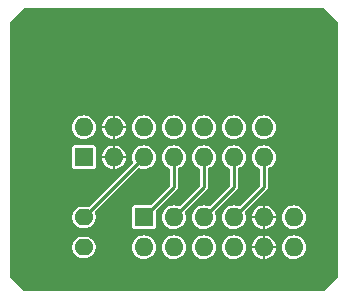
<source format=gbl>
G04 #@! TF.GenerationSoftware,KiCad,Pcbnew,7.0.1*
G04 #@! TF.CreationDate,2023-11-13T07:35:08+09:00*
G04 #@! TF.ProjectId,Pmod_Adapter_Ethernet,506d6f64-5f41-4646-9170-7465725f4574,rev?*
G04 #@! TF.SameCoordinates,Original*
G04 #@! TF.FileFunction,Copper,L2,Bot*
G04 #@! TF.FilePolarity,Positive*
%FSLAX46Y46*%
G04 Gerber Fmt 4.6, Leading zero omitted, Abs format (unit mm)*
G04 Created by KiCad (PCBNEW 7.0.1) date 2023-11-13 07:35:08*
%MOMM*%
%LPD*%
G01*
G04 APERTURE LIST*
G04 #@! TA.AperFunction,ComponentPad*
%ADD10O,1.600000X1.400000*%
G04 #@! TD*
G04 #@! TA.AperFunction,ComponentPad*
%ADD11R,1.600000X1.600000*%
G04 #@! TD*
G04 #@! TA.AperFunction,ComponentPad*
%ADD12O,1.600000X1.600000*%
G04 #@! TD*
G04 #@! TA.AperFunction,ViaPad*
%ADD13C,0.800000*%
G04 #@! TD*
G04 #@! TA.AperFunction,Conductor*
%ADD14C,0.250000*%
G04 #@! TD*
G04 APERTURE END LIST*
D10*
G04 #@! TO.P,J3,1,Pin_1*
G04 #@! TO.N,/MDIO*
X-5080000Y0D03*
G04 #@! TO.P,J3,2,Pin_2*
G04 #@! TO.N,/MDC*
X-5080000Y-2540000D03*
G04 #@! TD*
D11*
G04 #@! TO.P,J2,1,Pin_1*
G04 #@! TO.N,+3V3*
X-5080000Y5080000D03*
D12*
G04 #@! TO.P,J2,2,Pin_2*
G04 #@! TO.N,GND*
X-2540000Y5080000D03*
G04 #@! TO.P,J2,3,Pin_3*
G04 #@! TO.N,/MDIO*
X0Y5080000D03*
G04 #@! TO.P,J2,4,Pin_4*
G04 #@! TO.N,/PMOD_P1_nINT_RETCLK*
X2540000Y5080000D03*
G04 #@! TO.P,J2,5,Pin_5*
G04 #@! TO.N,/PMOD_P2_RX0*
X5080000Y5080000D03*
G04 #@! TO.P,J2,6,Pin_6*
G04 #@! TO.N,/PMOD_P3_TXEN*
X7620000Y5080000D03*
G04 #@! TO.P,J2,7,Pin_7*
G04 #@! TO.N,/PMOD_P4_TX1*
X10160000Y5080000D03*
G04 #@! TO.P,J2,8,Pin_8*
G04 #@! TO.N,+3V3*
X-5080000Y7620000D03*
G04 #@! TO.P,J2,9,Pin_9*
G04 #@! TO.N,GND*
X-2540000Y7620000D03*
G04 #@! TO.P,J2,10,Pin_10*
G04 #@! TO.N,/MDC*
X0Y7620000D03*
G04 #@! TO.P,J2,11,Pin_11*
G04 #@! TO.N,/PMOD_P5_CRS*
X2540000Y7620000D03*
G04 #@! TO.P,J2,12,Pin_12*
G04 #@! TO.N,/PMOD_P6_RX1*
X5080000Y7620000D03*
G04 #@! TO.P,J2,13,Pin_13*
G04 #@! TO.N,/PMOD_P7_TX0*
X7620000Y7620000D03*
G04 #@! TO.P,J2,14,Pin_14*
G04 #@! TO.N,unconnected-(J2-Pin_14-Pad14)*
X10160000Y7620000D03*
G04 #@! TD*
D11*
G04 #@! TO.P,J1,1,Pin_1*
G04 #@! TO.N,/PMOD_P1_nINT_RETCLK*
X0Y0D03*
D12*
G04 #@! TO.P,J1,2,Pin_2*
G04 #@! TO.N,/PMOD_P2_RX0*
X2540000Y0D03*
G04 #@! TO.P,J1,3,Pin_3*
G04 #@! TO.N,/PMOD_P3_TXEN*
X5080000Y0D03*
G04 #@! TO.P,J1,4,Pin_4*
G04 #@! TO.N,/PMOD_P4_TX1*
X7620000Y0D03*
G04 #@! TO.P,J1,5,Pin_5*
G04 #@! TO.N,GND*
X10160000Y0D03*
G04 #@! TO.P,J1,6,Pin_6*
G04 #@! TO.N,+3V3*
X12700000Y0D03*
G04 #@! TO.P,J1,7,Pin_7*
G04 #@! TO.N,/PMOD_P5_CRS*
X0Y-2540000D03*
G04 #@! TO.P,J1,8,Pin_8*
G04 #@! TO.N,/PMOD_P6_RX1*
X2540000Y-2540000D03*
G04 #@! TO.P,J1,9,Pin_9*
G04 #@! TO.N,/PMOD_P7_TX0*
X5080000Y-2540000D03*
G04 #@! TO.P,J1,10,Pin_10*
G04 #@! TO.N,unconnected-(J1-Pin_10-Pad10)*
X7620000Y-2540000D03*
G04 #@! TO.P,J1,11,Pin_11*
G04 #@! TO.N,GND*
X10160000Y-2540000D03*
G04 #@! TO.P,J1,12,Pin_12*
G04 #@! TO.N,+3V3*
X12700000Y-2540000D03*
G04 #@! TD*
D13*
G04 #@! TO.N,GND*
X700000Y3800000D03*
X-5000000Y-5000000D03*
X10000000Y-5000000D03*
X15000000Y0D03*
X15000000Y10000000D03*
X10000000Y15000000D03*
X-5000000Y15000000D03*
X-10000000Y10000000D03*
X-10000000Y0D03*
X-2600000Y1100000D03*
G04 #@! TD*
D14*
G04 #@! TO.N,/PMOD_P4_TX1*
X10160000Y2540000D02*
X7620000Y0D01*
X10160000Y5080000D02*
X10160000Y2540000D01*
G04 #@! TO.N,/PMOD_P3_TXEN*
X7620000Y2540000D02*
X5080000Y0D01*
X7620000Y5080000D02*
X7620000Y2540000D01*
G04 #@! TO.N,/PMOD_P2_RX0*
X5080000Y2540000D02*
X2540000Y0D01*
X5080000Y5080000D02*
X5080000Y2540000D01*
G04 #@! TO.N,/PMOD_P1_nINT_RETCLK*
X2540000Y2540000D02*
X0Y0D01*
X2540000Y5080000D02*
X2540000Y2540000D01*
G04 #@! TO.N,/MDIO*
X0Y5080000D02*
X-5080000Y0D01*
G04 #@! TD*
G04 #@! TA.AperFunction,Conductor*
G04 #@! TO.N,GND*
G36*
X15205605Y17696964D02*
G01*
X15237723Y17675504D01*
X16405504Y16507723D01*
X16426964Y16475605D01*
X16434500Y16437719D01*
X16434500Y-5007719D01*
X16426964Y-5045605D01*
X16405504Y-5077723D01*
X15237722Y-6245504D01*
X15205604Y-6266964D01*
X15167718Y-6274500D01*
X-10087719Y-6274500D01*
X-10125605Y-6266964D01*
X-10157723Y-6245504D01*
X-11325504Y-5077722D01*
X-11346964Y-5045604D01*
X-11354500Y-5007718D01*
X-11354500Y-2634646D01*
X-6080500Y-2634646D01*
X-6041144Y-2819803D01*
X-5964151Y-2992730D01*
X-5852888Y-3145871D01*
X-5712216Y-3272533D01*
X-5548284Y-3367179D01*
X-5368256Y-3425674D01*
X-5227192Y-3440500D01*
X-4932811Y-3440500D01*
X-4932808Y-3440500D01*
X-4791744Y-3425674D01*
X-4611716Y-3367179D01*
X-4447784Y-3272533D01*
X-4447783Y-3272532D01*
X-4447781Y-3272531D01*
X-4307113Y-3145873D01*
X-4195848Y-2992728D01*
X-4118856Y-2819804D01*
X-4101051Y-2736034D01*
X-4079500Y-2634646D01*
X-4079500Y-2540000D01*
X-1005341Y-2540000D01*
X-986024Y-2736132D01*
X-928814Y-2924727D01*
X-835910Y-3098538D01*
X-710883Y-3250883D01*
X-558538Y-3375910D01*
X-384727Y-3468814D01*
X-196132Y-3526024D01*
X0Y-3545341D01*
X196132Y-3526024D01*
X384727Y-3468814D01*
X558538Y-3375910D01*
X710883Y-3250883D01*
X835910Y-3098538D01*
X928814Y-2924727D01*
X986024Y-2736132D01*
X1005341Y-2540000D01*
X1534658Y-2540000D01*
X1553975Y-2736130D01*
X1611185Y-2924727D01*
X1704088Y-3098536D01*
X1704090Y-3098538D01*
X1829117Y-3250883D01*
X1958298Y-3356900D01*
X1981463Y-3375911D01*
X2155272Y-3468814D01*
X2249570Y-3497419D01*
X2343868Y-3526024D01*
X2540000Y-3545341D01*
X2736132Y-3526024D01*
X2924727Y-3468814D01*
X3098538Y-3375910D01*
X3250883Y-3250883D01*
X3375910Y-3098538D01*
X3468814Y-2924727D01*
X3526024Y-2736132D01*
X3545341Y-2540000D01*
X3545341Y-2539999D01*
X4074658Y-2539999D01*
X4093975Y-2736130D01*
X4151185Y-2924727D01*
X4244088Y-3098536D01*
X4244090Y-3098538D01*
X4369117Y-3250883D01*
X4498298Y-3356900D01*
X4521463Y-3375911D01*
X4695272Y-3468814D01*
X4789570Y-3497419D01*
X4883868Y-3526024D01*
X5080000Y-3545341D01*
X5276132Y-3526024D01*
X5464727Y-3468814D01*
X5638538Y-3375910D01*
X5790883Y-3250883D01*
X5915910Y-3098538D01*
X6008814Y-2924727D01*
X6066024Y-2736132D01*
X6085341Y-2540000D01*
X6614658Y-2540000D01*
X6633975Y-2736130D01*
X6691185Y-2924727D01*
X6784088Y-3098536D01*
X6784090Y-3098538D01*
X6909117Y-3250883D01*
X7038298Y-3356900D01*
X7061463Y-3375911D01*
X7235272Y-3468814D01*
X7329570Y-3497419D01*
X7423868Y-3526024D01*
X7620000Y-3545341D01*
X7816132Y-3526024D01*
X8004727Y-3468814D01*
X8178538Y-3375910D01*
X8330883Y-3250883D01*
X8455910Y-3098538D01*
X8548814Y-2924727D01*
X8606024Y-2736132D01*
X8615492Y-2640000D01*
X9165010Y-2640000D01*
X9174469Y-2736034D01*
X9231649Y-2924536D01*
X9324504Y-3098254D01*
X9449472Y-3250527D01*
X9601745Y-3375495D01*
X9775463Y-3468350D01*
X9963965Y-3525530D01*
X10060000Y-3534990D01*
X10260000Y-3534990D01*
X10356034Y-3525530D01*
X10544536Y-3468350D01*
X10718254Y-3375495D01*
X10870527Y-3250527D01*
X10995495Y-3098254D01*
X11088350Y-2924536D01*
X11145530Y-2736034D01*
X11154990Y-2640000D01*
X10260001Y-2640000D01*
X10260000Y-2640001D01*
X10260000Y-3534990D01*
X10060000Y-3534990D01*
X10060000Y-2640001D01*
X10059999Y-2640000D01*
X9165010Y-2640000D01*
X8615492Y-2640000D01*
X8625341Y-2540000D01*
X11694658Y-2540000D01*
X11713975Y-2736130D01*
X11771185Y-2924727D01*
X11864088Y-3098536D01*
X11864090Y-3098538D01*
X11989117Y-3250883D01*
X12118298Y-3356900D01*
X12141463Y-3375911D01*
X12315272Y-3468814D01*
X12409570Y-3497419D01*
X12503868Y-3526024D01*
X12700000Y-3545341D01*
X12896132Y-3526024D01*
X13084727Y-3468814D01*
X13258538Y-3375910D01*
X13410883Y-3250883D01*
X13535910Y-3098538D01*
X13628814Y-2924727D01*
X13686024Y-2736132D01*
X13705341Y-2540000D01*
X13686024Y-2343868D01*
X13628814Y-2155273D01*
X13628814Y-2155272D01*
X13535911Y-1981463D01*
X13516900Y-1958298D01*
X13410883Y-1829117D01*
X13269177Y-1712821D01*
X13258536Y-1704088D01*
X13084727Y-1611185D01*
X12896130Y-1553975D01*
X12700000Y-1534658D01*
X12503869Y-1553975D01*
X12315272Y-1611185D01*
X12141463Y-1704088D01*
X11989117Y-1829117D01*
X11864088Y-1981463D01*
X11771185Y-2155272D01*
X11713975Y-2343869D01*
X11694658Y-2540000D01*
X8625341Y-2540000D01*
X8615492Y-2440000D01*
X9165009Y-2440000D01*
X10059999Y-2440000D01*
X10060000Y-2439999D01*
X10060000Y-1545009D01*
X10259999Y-1545009D01*
X10260000Y-1545010D01*
X10260000Y-2439999D01*
X10260001Y-2440000D01*
X11154990Y-2440000D01*
X11145530Y-2343965D01*
X11088350Y-2155463D01*
X10995495Y-1981745D01*
X10870527Y-1829472D01*
X10718254Y-1704504D01*
X10544536Y-1611649D01*
X10356034Y-1554469D01*
X10259999Y-1545009D01*
X10060000Y-1545009D01*
X9963965Y-1554469D01*
X9775463Y-1611649D01*
X9601745Y-1704504D01*
X9449472Y-1829472D01*
X9324504Y-1981745D01*
X9231649Y-2155463D01*
X9174469Y-2343965D01*
X9165009Y-2440000D01*
X8615492Y-2440000D01*
X8606024Y-2343868D01*
X8548814Y-2155273D01*
X8548814Y-2155272D01*
X8455911Y-1981463D01*
X8436900Y-1958298D01*
X8330883Y-1829117D01*
X8189177Y-1712821D01*
X8178536Y-1704088D01*
X8004727Y-1611185D01*
X7816130Y-1553975D01*
X7620000Y-1534658D01*
X7423869Y-1553975D01*
X7235272Y-1611185D01*
X7061463Y-1704088D01*
X6909117Y-1829117D01*
X6784088Y-1981463D01*
X6691185Y-2155272D01*
X6633975Y-2343869D01*
X6614658Y-2540000D01*
X6085341Y-2540000D01*
X6066024Y-2343868D01*
X6008814Y-2155273D01*
X6008814Y-2155272D01*
X5915911Y-1981463D01*
X5896900Y-1958298D01*
X5790883Y-1829117D01*
X5649177Y-1712821D01*
X5638536Y-1704088D01*
X5464727Y-1611185D01*
X5276130Y-1553975D01*
X5080000Y-1534658D01*
X4883869Y-1553975D01*
X4695272Y-1611185D01*
X4521463Y-1704088D01*
X4369117Y-1829117D01*
X4244088Y-1981463D01*
X4151185Y-2155272D01*
X4093975Y-2343869D01*
X4074658Y-2539999D01*
X3545341Y-2539999D01*
X3526024Y-2343868D01*
X3468814Y-2155273D01*
X3468814Y-2155272D01*
X3375911Y-1981463D01*
X3356900Y-1958298D01*
X3250883Y-1829117D01*
X3109177Y-1712821D01*
X3098536Y-1704088D01*
X2924727Y-1611185D01*
X2736130Y-1553975D01*
X2540000Y-1534658D01*
X2343869Y-1553975D01*
X2155272Y-1611185D01*
X1981463Y-1704088D01*
X1829117Y-1829117D01*
X1704088Y-1981463D01*
X1611185Y-2155272D01*
X1553975Y-2343869D01*
X1534658Y-2540000D01*
X1005341Y-2540000D01*
X986024Y-2343868D01*
X928814Y-2155273D01*
X928814Y-2155272D01*
X835911Y-1981463D01*
X816900Y-1958298D01*
X710883Y-1829117D01*
X569177Y-1712821D01*
X558536Y-1704088D01*
X384727Y-1611185D01*
X196130Y-1553975D01*
X0Y-1534658D01*
X-196130Y-1553975D01*
X-384727Y-1611185D01*
X-558536Y-1704088D01*
X-569177Y-1712821D01*
X-710883Y-1829117D01*
X-816900Y-1958298D01*
X-835911Y-1981463D01*
X-928814Y-2155272D01*
X-928814Y-2155273D01*
X-986024Y-2343868D01*
X-1005341Y-2540000D01*
X-4079500Y-2540000D01*
X-4079500Y-2445354D01*
X-4118856Y-2260197D01*
X-4118856Y-2260195D01*
X-4195848Y-2087271D01*
X-4307113Y-1934126D01*
X-4447781Y-1807468D01*
X-4611715Y-1712821D01*
X-4791744Y-1654326D01*
X-4791743Y-1654326D01*
X-4932808Y-1639500D01*
X-5227192Y-1639500D01*
X-5368256Y-1654326D01*
X-5521407Y-1704088D01*
X-5548284Y-1712821D01*
X-5712218Y-1807468D01*
X-5852886Y-1934126D01*
X-5852888Y-1934129D01*
X-5964151Y-2087270D01*
X-6041144Y-2260197D01*
X-6080500Y-2445354D01*
X-6080500Y-2634646D01*
X-11354500Y-2634646D01*
X-11354500Y-94646D01*
X-6080500Y-94646D01*
X-6041144Y-279803D01*
X-5964151Y-452730D01*
X-5852888Y-605871D01*
X-5712216Y-732533D01*
X-5548284Y-827179D01*
X-5368256Y-885674D01*
X-5227192Y-900500D01*
X-4932811Y-900500D01*
X-4932808Y-900500D01*
X-4791744Y-885674D01*
X-4611716Y-827179D01*
X-4598845Y-819748D01*
X-1000500Y-819748D01*
X-988867Y-878231D01*
X-944552Y-944552D01*
X-878231Y-988867D01*
X-819748Y-1000500D01*
X819747Y-1000500D01*
X819748Y-1000500D01*
X878231Y-988867D01*
X944552Y-944552D01*
X988867Y-878231D01*
X1000500Y-819748D01*
X1000500Y0D01*
X1534658Y0D01*
X1553975Y-196130D01*
X1611185Y-384727D01*
X1704088Y-558536D01*
X1704090Y-558538D01*
X1829117Y-710883D01*
X1958298Y-816900D01*
X1981463Y-835911D01*
X2155272Y-928814D01*
X2249570Y-957419D01*
X2343868Y-986024D01*
X2540000Y-1005341D01*
X2736132Y-986024D01*
X2924727Y-928814D01*
X3098538Y-835910D01*
X3250883Y-710883D01*
X3375910Y-558538D01*
X3468814Y-384727D01*
X3526024Y-196132D01*
X3545341Y0D01*
X4074658Y0D01*
X4093975Y-196130D01*
X4151185Y-384727D01*
X4244088Y-558536D01*
X4244090Y-558538D01*
X4369117Y-710883D01*
X4498298Y-816900D01*
X4521463Y-835911D01*
X4695272Y-928814D01*
X4789570Y-957419D01*
X4883868Y-986024D01*
X5080000Y-1005341D01*
X5276132Y-986024D01*
X5464727Y-928814D01*
X5638538Y-835910D01*
X5790883Y-710883D01*
X5915910Y-558538D01*
X6008814Y-384727D01*
X6066024Y-196132D01*
X6085341Y0D01*
X6614658Y0D01*
X6633975Y-196130D01*
X6691185Y-384727D01*
X6784088Y-558536D01*
X6784090Y-558538D01*
X6909117Y-710883D01*
X7038298Y-816900D01*
X7061463Y-835911D01*
X7235272Y-928814D01*
X7329570Y-957419D01*
X7423868Y-986024D01*
X7620000Y-1005341D01*
X7816132Y-986024D01*
X8004727Y-928814D01*
X8178538Y-835910D01*
X8330883Y-710883D01*
X8455910Y-558538D01*
X8548814Y-384727D01*
X8606024Y-196132D01*
X8615492Y-100000D01*
X9165010Y-100000D01*
X9174469Y-196034D01*
X9231649Y-384536D01*
X9324504Y-558254D01*
X9449472Y-710527D01*
X9601745Y-835495D01*
X9775463Y-928350D01*
X9963965Y-985530D01*
X10060000Y-994990D01*
X10260000Y-994990D01*
X10356034Y-985530D01*
X10544536Y-928350D01*
X10718254Y-835495D01*
X10870527Y-710527D01*
X10995495Y-558254D01*
X11088350Y-384536D01*
X11145530Y-196034D01*
X11154990Y-100000D01*
X10260001Y-100000D01*
X10260000Y-100001D01*
X10260000Y-994990D01*
X10060000Y-994990D01*
X10060000Y-100001D01*
X10059999Y-100000D01*
X9165010Y-100000D01*
X8615492Y-100000D01*
X8625341Y0D01*
X11694658Y0D01*
X11713975Y-196130D01*
X11771185Y-384727D01*
X11864088Y-558536D01*
X11864090Y-558538D01*
X11989117Y-710883D01*
X12118298Y-816900D01*
X12141463Y-835911D01*
X12315272Y-928814D01*
X12409570Y-957419D01*
X12503868Y-986024D01*
X12700000Y-1005341D01*
X12896132Y-986024D01*
X13084727Y-928814D01*
X13258538Y-835910D01*
X13410883Y-710883D01*
X13535910Y-558538D01*
X13628814Y-384727D01*
X13686024Y-196132D01*
X13705341Y0D01*
X13686024Y196132D01*
X13628814Y384727D01*
X13535910Y558538D01*
X13410883Y710883D01*
X13258538Y835910D01*
X13084727Y928814D01*
X12896132Y986024D01*
X12700000Y1005341D01*
X12503868Y986024D01*
X12502240Y985530D01*
X12315272Y928814D01*
X12141463Y835911D01*
X12141462Y835910D01*
X11989117Y710883D01*
X11902937Y605873D01*
X11864088Y558536D01*
X11771185Y384727D01*
X11713975Y196130D01*
X11694658Y0D01*
X8625341Y0D01*
X8616020Y94644D01*
X8615493Y100000D01*
X9165010Y100000D01*
X10059999Y100000D01*
X10060000Y100001D01*
X10060000Y994990D01*
X10260000Y994990D01*
X10260000Y100001D01*
X10260001Y100000D01*
X11154990Y100000D01*
X11145530Y196034D01*
X11088350Y384536D01*
X10995495Y558254D01*
X10870527Y710527D01*
X10718254Y835495D01*
X10544536Y928350D01*
X10356034Y985530D01*
X10260000Y994990D01*
X10060000Y994990D01*
X9963965Y985530D01*
X9775463Y928350D01*
X9601745Y835495D01*
X9449472Y710527D01*
X9324504Y558254D01*
X9231649Y384536D01*
X9174469Y196034D01*
X9165010Y100000D01*
X8615493Y100000D01*
X8606025Y196129D01*
X8598796Y219956D01*
X8548814Y384727D01*
X8548812Y384729D01*
X8546544Y392208D01*
X8545248Y445002D01*
X8571277Y490951D01*
X10377068Y2296741D01*
X10383424Y2302565D01*
X10413194Y2327545D01*
X10432625Y2361201D01*
X10437266Y2368487D01*
X10459553Y2400316D01*
X10459944Y2401776D01*
X10469828Y2425640D01*
X10470588Y2426955D01*
X10477337Y2465231D01*
X10479207Y2473665D01*
X10489263Y2511193D01*
X10485877Y2549896D01*
X10485500Y2558525D01*
X10485500Y4060190D01*
X10499585Y4111086D01*
X10537832Y4147500D01*
X10718536Y4244088D01*
X10764864Y4282109D01*
X10870883Y4369117D01*
X10995910Y4521462D01*
X10995911Y4521463D01*
X11088814Y4695272D01*
X11146024Y4883869D01*
X11146034Y4883965D01*
X11165341Y5080000D01*
X11146024Y5276132D01*
X11088814Y5464727D01*
X10995910Y5638538D01*
X10870883Y5790883D01*
X10718538Y5915910D01*
X10544727Y6008814D01*
X10356132Y6066024D01*
X10160000Y6085341D01*
X9963868Y6066024D01*
X9962240Y6065530D01*
X9775272Y6008814D01*
X9601463Y5915911D01*
X9601462Y5915910D01*
X9449117Y5790883D01*
X9362109Y5684864D01*
X9324088Y5638536D01*
X9231185Y5464727D01*
X9173975Y5276130D01*
X9154658Y5080000D01*
X9173975Y4883869D01*
X9231185Y4695272D01*
X9324088Y4521463D01*
X9449117Y4369117D01*
X9601463Y4244088D01*
X9782168Y4147500D01*
X9820415Y4111086D01*
X9834500Y4060190D01*
X9834500Y2715835D01*
X9826964Y2677949D01*
X9805504Y2645831D01*
X8110951Y951277D01*
X8065002Y925248D01*
X8012208Y926544D01*
X8004729Y928812D01*
X8004727Y928814D01*
X7839956Y978796D01*
X7816129Y986025D01*
X7620000Y1005341D01*
X7423868Y986024D01*
X7422240Y985530D01*
X7235272Y928814D01*
X7061463Y835911D01*
X7061462Y835910D01*
X6909117Y710883D01*
X6822937Y605873D01*
X6784088Y558536D01*
X6691185Y384727D01*
X6633975Y196130D01*
X6614658Y0D01*
X6085341Y0D01*
X6076020Y94644D01*
X6066025Y196129D01*
X6058796Y219956D01*
X6008814Y384727D01*
X6008812Y384729D01*
X6006544Y392208D01*
X6005248Y445002D01*
X6031277Y490951D01*
X7837068Y2296741D01*
X7843424Y2302565D01*
X7873194Y2327545D01*
X7892625Y2361201D01*
X7897266Y2368487D01*
X7919553Y2400316D01*
X7919944Y2401776D01*
X7929828Y2425640D01*
X7930588Y2426955D01*
X7937337Y2465231D01*
X7939207Y2473665D01*
X7949263Y2511193D01*
X7945877Y2549896D01*
X7945500Y2558525D01*
X7945500Y4060190D01*
X7959585Y4111086D01*
X7997832Y4147500D01*
X8178536Y4244088D01*
X8224864Y4282109D01*
X8330883Y4369117D01*
X8455910Y4521462D01*
X8455911Y4521463D01*
X8548814Y4695272D01*
X8606024Y4883869D01*
X8606034Y4883965D01*
X8625341Y5080000D01*
X8606024Y5276132D01*
X8548814Y5464727D01*
X8455910Y5638538D01*
X8330883Y5790883D01*
X8178538Y5915910D01*
X8004727Y6008814D01*
X7816132Y6066024D01*
X7620000Y6085341D01*
X7423868Y6066024D01*
X7422240Y6065530D01*
X7235272Y6008814D01*
X7061463Y5915911D01*
X7061462Y5915910D01*
X6909117Y5790883D01*
X6822109Y5684864D01*
X6784088Y5638536D01*
X6691185Y5464727D01*
X6633975Y5276130D01*
X6614658Y5080000D01*
X6633975Y4883869D01*
X6691185Y4695272D01*
X6784088Y4521463D01*
X6909117Y4369117D01*
X7061463Y4244088D01*
X7242168Y4147500D01*
X7280415Y4111086D01*
X7294500Y4060190D01*
X7294500Y2715835D01*
X7286964Y2677949D01*
X7265504Y2645831D01*
X5570951Y951277D01*
X5525002Y925248D01*
X5472208Y926544D01*
X5464729Y928812D01*
X5464727Y928814D01*
X5299956Y978796D01*
X5276129Y986025D01*
X5080000Y1005341D01*
X4883868Y986024D01*
X4882240Y985530D01*
X4695272Y928814D01*
X4521463Y835911D01*
X4521462Y835910D01*
X4369117Y710883D01*
X4282937Y605873D01*
X4244088Y558536D01*
X4151185Y384727D01*
X4093975Y196130D01*
X4074658Y0D01*
X3545341Y0D01*
X3536020Y94644D01*
X3526025Y196129D01*
X3518796Y219956D01*
X3468814Y384727D01*
X3468812Y384729D01*
X3466544Y392208D01*
X3465248Y445002D01*
X3491277Y490951D01*
X5297068Y2296741D01*
X5303424Y2302565D01*
X5333194Y2327545D01*
X5352625Y2361201D01*
X5357266Y2368487D01*
X5379553Y2400316D01*
X5379944Y2401776D01*
X5389828Y2425640D01*
X5390588Y2426955D01*
X5397337Y2465231D01*
X5399207Y2473665D01*
X5409263Y2511193D01*
X5405877Y2549896D01*
X5405500Y2558525D01*
X5405500Y4060190D01*
X5419585Y4111086D01*
X5457832Y4147500D01*
X5638536Y4244088D01*
X5684864Y4282109D01*
X5790883Y4369117D01*
X5915910Y4521462D01*
X5915911Y4521463D01*
X6008814Y4695272D01*
X6066024Y4883869D01*
X6066034Y4883965D01*
X6085341Y5080000D01*
X6066024Y5276132D01*
X6008814Y5464727D01*
X5915910Y5638538D01*
X5790883Y5790883D01*
X5638538Y5915910D01*
X5464727Y6008814D01*
X5276132Y6066024D01*
X5080000Y6085341D01*
X5079999Y6085340D01*
X5079999Y6085341D01*
X4981934Y6075682D01*
X4883868Y6066024D01*
X4882240Y6065530D01*
X4695272Y6008814D01*
X4521463Y5915911D01*
X4521462Y5915910D01*
X4369117Y5790883D01*
X4282109Y5684864D01*
X4244088Y5638536D01*
X4151185Y5464727D01*
X4093975Y5276130D01*
X4074658Y5080000D01*
X4093975Y4883869D01*
X4151185Y4695272D01*
X4244088Y4521463D01*
X4369117Y4369117D01*
X4521463Y4244088D01*
X4702168Y4147500D01*
X4740415Y4111086D01*
X4754500Y4060190D01*
X4754500Y2715835D01*
X4746964Y2677949D01*
X4725504Y2645831D01*
X3030951Y951277D01*
X2985002Y925248D01*
X2932208Y926544D01*
X2924729Y928812D01*
X2924727Y928814D01*
X2759956Y978796D01*
X2736129Y986025D01*
X2540000Y1005341D01*
X2343868Y986024D01*
X2342240Y985530D01*
X2155272Y928814D01*
X1981463Y835911D01*
X1981462Y835910D01*
X1829117Y710883D01*
X1742937Y605873D01*
X1704088Y558536D01*
X1611185Y384727D01*
X1553975Y196130D01*
X1534658Y0D01*
X1000500Y0D01*
X1000500Y499166D01*
X1008036Y537052D01*
X1029496Y569170D01*
X2757068Y2296741D01*
X2763424Y2302565D01*
X2793194Y2327545D01*
X2812625Y2361201D01*
X2817266Y2368487D01*
X2839553Y2400316D01*
X2839944Y2401776D01*
X2849828Y2425640D01*
X2850588Y2426955D01*
X2857337Y2465231D01*
X2859207Y2473665D01*
X2869263Y2511193D01*
X2865877Y2549896D01*
X2865500Y2558525D01*
X2865500Y4060190D01*
X2879585Y4111086D01*
X2917832Y4147500D01*
X3098536Y4244088D01*
X3144864Y4282109D01*
X3250883Y4369117D01*
X3375910Y4521462D01*
X3375911Y4521463D01*
X3468814Y4695272D01*
X3526024Y4883869D01*
X3526034Y4883965D01*
X3545341Y5080000D01*
X3526024Y5276132D01*
X3468814Y5464727D01*
X3375910Y5638538D01*
X3250883Y5790883D01*
X3098538Y5915910D01*
X2924727Y6008814D01*
X2736132Y6066024D01*
X2540000Y6085341D01*
X2539999Y6085340D01*
X2539999Y6085341D01*
X2441934Y6075682D01*
X2343868Y6066024D01*
X2342240Y6065530D01*
X2155272Y6008814D01*
X1981463Y5915911D01*
X1981462Y5915910D01*
X1829117Y5790883D01*
X1742109Y5684864D01*
X1704088Y5638536D01*
X1611185Y5464727D01*
X1553975Y5276130D01*
X1534658Y5080000D01*
X1553975Y4883869D01*
X1611185Y4695272D01*
X1704088Y4521463D01*
X1829117Y4369117D01*
X1981463Y4244088D01*
X2162168Y4147500D01*
X2200415Y4111086D01*
X2214500Y4060190D01*
X2214500Y2715835D01*
X2206964Y2677949D01*
X2185504Y2645831D01*
X569170Y1029496D01*
X537052Y1008036D01*
X499166Y1000500D01*
X-819748Y1000500D01*
X-878231Y988867D01*
X-944552Y944552D01*
X-988867Y878231D01*
X-1000500Y819748D01*
X-1000500Y-819748D01*
X-4598845Y-819748D01*
X-4447784Y-732533D01*
X-4447783Y-732532D01*
X-4447781Y-732531D01*
X-4307113Y-605873D01*
X-4195848Y-452728D01*
X-4118856Y-279804D01*
X-4101051Y-196034D01*
X-4079500Y-94646D01*
X-4079500Y94646D01*
X-4118856Y279803D01*
X-4118856Y279804D01*
X-4159268Y370570D01*
X-4166169Y428878D01*
X-4138831Y480841D01*
X-490950Y4128722D01*
X-445001Y4154751D01*
X-392208Y4153455D01*
X-196130Y4093975D01*
X0Y4074658D01*
X196130Y4093975D01*
X384727Y4151185D01*
X558536Y4244088D01*
X604864Y4282109D01*
X710883Y4369117D01*
X835910Y4521462D01*
X835911Y4521463D01*
X928814Y4695272D01*
X986024Y4883869D01*
X986034Y4883965D01*
X1005341Y5080000D01*
X986024Y5276132D01*
X928814Y5464727D01*
X835910Y5638538D01*
X710883Y5790883D01*
X558538Y5915910D01*
X384727Y6008814D01*
X196132Y6066024D01*
X0Y6085341D01*
X-196132Y6066024D01*
X-384727Y6008814D01*
X-558538Y5915910D01*
X-710883Y5790883D01*
X-835910Y5638538D01*
X-928814Y5464727D01*
X-986024Y5276132D01*
X-995492Y5180001D01*
X-1005341Y5080000D01*
X-986025Y4883871D01*
X-986024Y4883869D01*
X-986024Y4883868D01*
X-928814Y4695273D01*
X-928811Y4695267D01*
X-926543Y4687791D01*
X-925247Y4634997D01*
X-951274Y4589050D01*
X-4645375Y894949D01*
X-4692266Y868690D01*
X-4745971Y870801D01*
X-4768838Y878231D01*
X-4791744Y885674D01*
X-4932808Y900500D01*
X-5227192Y900500D01*
X-5368256Y885674D01*
X-5548284Y827179D01*
X-5712216Y732533D01*
X-5852888Y605871D01*
X-5964151Y452730D01*
X-6041144Y279803D01*
X-6080500Y94646D01*
X-6080500Y-94646D01*
X-11354500Y-94646D01*
X-11354500Y4260252D01*
X-6080500Y4260252D01*
X-6068867Y4201769D01*
X-6068866Y4201768D01*
X-6024552Y4135447D01*
X-5963224Y4094469D01*
X-5958231Y4091133D01*
X-5899748Y4079500D01*
X-4260253Y4079500D01*
X-4260252Y4079500D01*
X-4232554Y4085009D01*
X-2440000Y4085009D01*
X-2343965Y4094469D01*
X-2155463Y4151649D01*
X-1981745Y4244504D01*
X-1829472Y4369472D01*
X-1704504Y4521745D01*
X-1611649Y4695463D01*
X-1554469Y4883965D01*
X-1545010Y4980000D01*
X-2439999Y4980000D01*
X-2440000Y4979999D01*
X-2440000Y4085009D01*
X-4232554Y4085009D01*
X-4231010Y4085316D01*
X-4201768Y4091133D01*
X-4135447Y4135447D01*
X-4091133Y4201768D01*
X-4082715Y4244090D01*
X-4079500Y4260252D01*
X-4079500Y4980000D01*
X-3534990Y4980000D01*
X-3525530Y4883965D01*
X-3468350Y4695463D01*
X-3375495Y4521745D01*
X-3250527Y4369472D01*
X-3098254Y4244504D01*
X-2924536Y4151649D01*
X-2736034Y4094469D01*
X-2640000Y4085010D01*
X-2640000Y4979999D01*
X-2640001Y4980000D01*
X-3534990Y4980000D01*
X-4079500Y4980000D01*
X-4079500Y5180000D01*
X-3534990Y5180000D01*
X-2640001Y5180000D01*
X-2640000Y5180001D01*
X-2640000Y6074990D01*
X-2440000Y6074990D01*
X-2440000Y5180001D01*
X-2439999Y5180000D01*
X-1545010Y5180000D01*
X-1554469Y5276034D01*
X-1611649Y5464536D01*
X-1704504Y5638254D01*
X-1829472Y5790527D01*
X-1981745Y5915495D01*
X-2155463Y6008350D01*
X-2343965Y6065530D01*
X-2440000Y6074990D01*
X-2640000Y6074990D01*
X-2736034Y6065530D01*
X-2924536Y6008350D01*
X-3098254Y5915495D01*
X-3250527Y5790527D01*
X-3375495Y5638254D01*
X-3468350Y5464536D01*
X-3525530Y5276034D01*
X-3534990Y5180000D01*
X-4079500Y5180000D01*
X-4079500Y5899748D01*
X-4091133Y5958231D01*
X-4135447Y6024552D01*
X-4196775Y6065530D01*
X-4201769Y6068867D01*
X-4260252Y6080500D01*
X-5899748Y6080500D01*
X-5958231Y6068867D01*
X-6024552Y6024552D01*
X-6068867Y5958231D01*
X-6080500Y5899748D01*
X-6080500Y4260252D01*
X-11354500Y4260252D01*
X-11354500Y7620000D01*
X-6085341Y7620000D01*
X-6066034Y7423965D01*
X-6066024Y7423869D01*
X-6008814Y7235272D01*
X-5915911Y7061463D01*
X-5915910Y7061462D01*
X-5790883Y6909117D01*
X-5684864Y6822109D01*
X-5638536Y6784088D01*
X-5464727Y6691185D01*
X-5276130Y6633975D01*
X-5080000Y6614658D01*
X-4883869Y6633975D01*
X-4695272Y6691185D01*
X-4521463Y6784088D01*
X-4369117Y6909117D01*
X-4244088Y7061463D01*
X-4151185Y7235272D01*
X-4093975Y7423869D01*
X-4084508Y7520000D01*
X-3534990Y7520000D01*
X-3525530Y7423965D01*
X-3468350Y7235463D01*
X-3375495Y7061745D01*
X-3250527Y6909472D01*
X-3098254Y6784504D01*
X-2924536Y6691649D01*
X-2736034Y6634469D01*
X-2639999Y6625009D01*
X-2440000Y6625009D01*
X-2343965Y6634469D01*
X-2155463Y6691649D01*
X-1981745Y6784504D01*
X-1829472Y6909472D01*
X-1704504Y7061745D01*
X-1611649Y7235463D01*
X-1554469Y7423965D01*
X-1545010Y7520000D01*
X-2439999Y7520000D01*
X-2440000Y7519999D01*
X-2440000Y6625009D01*
X-2639999Y6625009D01*
X-2640000Y6625010D01*
X-2640000Y7519999D01*
X-2640001Y7520000D01*
X-3534990Y7520000D01*
X-4084508Y7520000D01*
X-4074659Y7620000D01*
X-1005341Y7620000D01*
X-986034Y7423965D01*
X-986024Y7423869D01*
X-928814Y7235272D01*
X-835911Y7061463D01*
X-835910Y7061462D01*
X-710883Y6909117D01*
X-604864Y6822109D01*
X-558536Y6784088D01*
X-384727Y6691185D01*
X-196130Y6633975D01*
X0Y6614658D01*
X196130Y6633975D01*
X384727Y6691185D01*
X558536Y6784088D01*
X604864Y6822109D01*
X710883Y6909117D01*
X835910Y7061462D01*
X835911Y7061463D01*
X928814Y7235272D01*
X986024Y7423869D01*
X986034Y7423965D01*
X1005341Y7620000D01*
X1534659Y7620000D01*
X1553975Y7423869D01*
X1611185Y7235272D01*
X1704088Y7061463D01*
X1829117Y6909117D01*
X1981463Y6784088D01*
X2155272Y6691185D01*
X2343869Y6633975D01*
X2540000Y6614658D01*
X2736130Y6633975D01*
X2924727Y6691185D01*
X3098536Y6784088D01*
X3144864Y6822109D01*
X3250883Y6909117D01*
X3375910Y7061462D01*
X3375911Y7061463D01*
X3468814Y7235272D01*
X3526024Y7423869D01*
X3526034Y7423965D01*
X3545341Y7620000D01*
X4074659Y7620000D01*
X4093975Y7423869D01*
X4151185Y7235272D01*
X4244088Y7061463D01*
X4369117Y6909117D01*
X4521463Y6784088D01*
X4695272Y6691185D01*
X4883869Y6633975D01*
X5080000Y6614658D01*
X5276130Y6633975D01*
X5464727Y6691185D01*
X5638536Y6784088D01*
X5684864Y6822109D01*
X5790883Y6909117D01*
X5915910Y7061462D01*
X5915911Y7061463D01*
X6008814Y7235272D01*
X6066024Y7423869D01*
X6066034Y7423965D01*
X6085341Y7620000D01*
X6614658Y7620000D01*
X6633975Y7423869D01*
X6691185Y7235272D01*
X6784088Y7061463D01*
X6909117Y6909117D01*
X7061463Y6784088D01*
X7235272Y6691185D01*
X7423869Y6633975D01*
X7620000Y6614658D01*
X7816130Y6633975D01*
X8004727Y6691185D01*
X8178536Y6784088D01*
X8224864Y6822109D01*
X8330883Y6909117D01*
X8455910Y7061462D01*
X8455911Y7061463D01*
X8548814Y7235272D01*
X8606024Y7423869D01*
X8606034Y7423965D01*
X8625341Y7620000D01*
X9154659Y7620000D01*
X9173975Y7423869D01*
X9231185Y7235272D01*
X9324088Y7061463D01*
X9449117Y6909117D01*
X9601463Y6784088D01*
X9775272Y6691185D01*
X9963869Y6633975D01*
X10160000Y6614658D01*
X10356130Y6633975D01*
X10544727Y6691185D01*
X10718536Y6784088D01*
X10764864Y6822109D01*
X10870883Y6909117D01*
X10995910Y7061462D01*
X10995911Y7061463D01*
X11088814Y7235272D01*
X11146024Y7423869D01*
X11146034Y7423965D01*
X11165341Y7620000D01*
X11146024Y7816132D01*
X11088814Y8004727D01*
X10995910Y8178538D01*
X10870883Y8330883D01*
X10718538Y8455910D01*
X10544727Y8548814D01*
X10356132Y8606024D01*
X10160000Y8625341D01*
X9963868Y8606024D01*
X9962240Y8605530D01*
X9775272Y8548814D01*
X9601463Y8455911D01*
X9601462Y8455910D01*
X9449117Y8330883D01*
X9362109Y8224864D01*
X9324088Y8178536D01*
X9231185Y8004727D01*
X9173975Y7816130D01*
X9154659Y7620000D01*
X8625341Y7620000D01*
X8606024Y7816132D01*
X8548814Y8004727D01*
X8455910Y8178538D01*
X8330883Y8330883D01*
X8178538Y8455910D01*
X8004727Y8548814D01*
X7816132Y8606024D01*
X7620000Y8625341D01*
X7423868Y8606024D01*
X7422240Y8605530D01*
X7235272Y8548814D01*
X7061463Y8455911D01*
X7061462Y8455910D01*
X6909117Y8330883D01*
X6822109Y8224864D01*
X6784088Y8178536D01*
X6691185Y8004727D01*
X6633975Y7816130D01*
X6614658Y7620000D01*
X6085341Y7620000D01*
X6066024Y7816132D01*
X6008814Y8004727D01*
X5915910Y8178538D01*
X5790883Y8330883D01*
X5638538Y8455910D01*
X5464727Y8548814D01*
X5276132Y8606024D01*
X5080000Y8625341D01*
X4883868Y8606024D01*
X4882240Y8605530D01*
X4695272Y8548814D01*
X4521463Y8455911D01*
X4521462Y8455910D01*
X4369117Y8330883D01*
X4282109Y8224864D01*
X4244088Y8178536D01*
X4151185Y8004727D01*
X4093975Y7816130D01*
X4074659Y7620000D01*
X3545341Y7620000D01*
X3526024Y7816132D01*
X3468814Y8004727D01*
X3375910Y8178538D01*
X3250883Y8330883D01*
X3098538Y8455910D01*
X2924727Y8548814D01*
X2736132Y8606024D01*
X2540000Y8625341D01*
X2343868Y8606024D01*
X2342240Y8605530D01*
X2155272Y8548814D01*
X1981463Y8455911D01*
X1981462Y8455910D01*
X1829117Y8330883D01*
X1742109Y8224864D01*
X1704088Y8178536D01*
X1611185Y8004727D01*
X1553975Y7816130D01*
X1534659Y7620000D01*
X1005341Y7620000D01*
X986024Y7816132D01*
X928814Y8004727D01*
X835910Y8178538D01*
X710883Y8330883D01*
X558538Y8455910D01*
X384727Y8548814D01*
X196132Y8606024D01*
X0Y8625341D01*
X-196132Y8606024D01*
X-384727Y8548814D01*
X-558538Y8455910D01*
X-710883Y8330883D01*
X-835910Y8178538D01*
X-928814Y8004727D01*
X-986024Y7816132D01*
X-1005341Y7620000D01*
X-4074659Y7620000D01*
X-4084508Y7720000D01*
X-3534990Y7720000D01*
X-2640001Y7720000D01*
X-2640000Y7720001D01*
X-2640000Y8614990D01*
X-2440000Y8614990D01*
X-2440000Y7720001D01*
X-2439999Y7720000D01*
X-1545010Y7720000D01*
X-1554469Y7816034D01*
X-1611649Y8004536D01*
X-1704504Y8178254D01*
X-1829472Y8330527D01*
X-1981745Y8455495D01*
X-2155463Y8548350D01*
X-2343965Y8605530D01*
X-2440000Y8614990D01*
X-2640000Y8614990D01*
X-2736034Y8605530D01*
X-2924536Y8548350D01*
X-3098254Y8455495D01*
X-3250527Y8330527D01*
X-3375495Y8178254D01*
X-3468350Y8004536D01*
X-3525530Y7816034D01*
X-3534990Y7720000D01*
X-4084508Y7720000D01*
X-4093975Y7816130D01*
X-4151185Y8004727D01*
X-4244088Y8178536D01*
X-4282109Y8224864D01*
X-4369117Y8330883D01*
X-4521462Y8455910D01*
X-4521463Y8455911D01*
X-4695272Y8548814D01*
X-4882240Y8605530D01*
X-4883868Y8606024D01*
X-4981933Y8615682D01*
X-5079999Y8625341D01*
X-5079999Y8625340D01*
X-5080000Y8625341D01*
X-5276132Y8606024D01*
X-5464727Y8548814D01*
X-5638538Y8455910D01*
X-5790883Y8330883D01*
X-5915910Y8178538D01*
X-6008814Y8004727D01*
X-6066024Y7816132D01*
X-6085341Y7620000D01*
X-11354500Y7620000D01*
X-11354500Y16437719D01*
X-11346964Y16475605D01*
X-11325504Y16507723D01*
X-10157723Y17675504D01*
X-10125605Y17696964D01*
X-10087719Y17704500D01*
X15167719Y17704500D01*
X15205605Y17696964D01*
G37*
G04 #@! TD.AperFunction*
G04 #@! TD*
M02*

</source>
